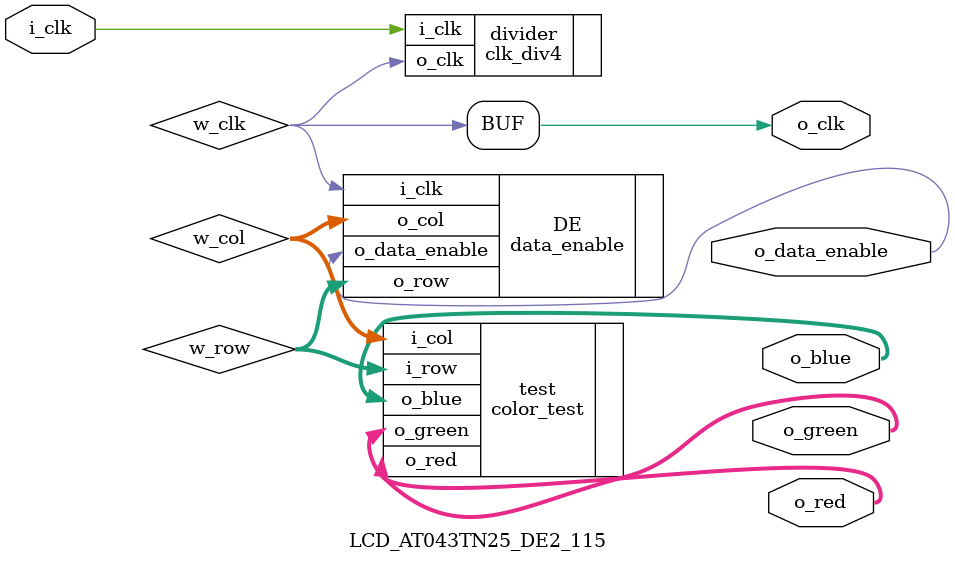
<source format=v>
module LCD_AT043TN25_DE2_115 (
	input i_clk,
	output o_clk,
	output o_data_enable,
	output [7:0] o_red,
	output [7:0] o_green,
	output [7:0] o_blue
);

wire w_clk;
wire [8:0] w_col;
wire [8:0] w_row;

	clk_div4 divider (.i_clk(i_clk), .o_clk(w_clk));
	data_enable DE (.i_clk(w_clk), .o_data_enable(o_data_enable), .o_col(w_col), .o_row(w_row));
	color_test test (.i_col(w_col), .i_row(w_row), .o_red(o_red), .o_green(o_green), .o_blue(o_blue));

	assign o_clk = w_clk;

endmodule
</source>
